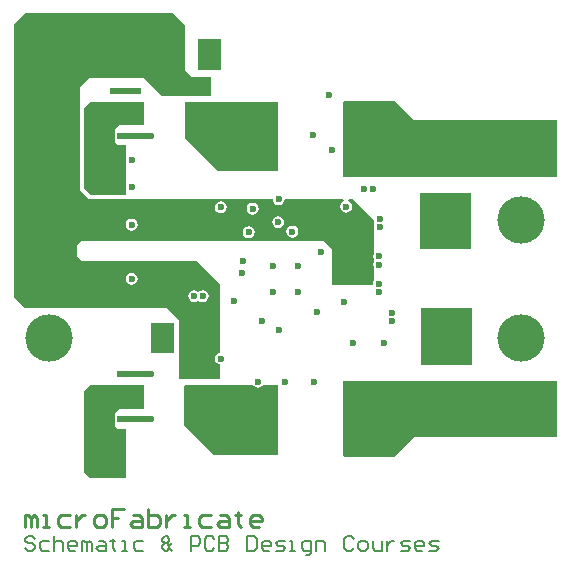
<source format=gtl>
G04*
G04 #@! TF.GenerationSoftware,Altium Limited,Altium Designer,18.0.12 (696)*
G04*
G04 Layer_Physical_Order=1*
G04 Layer_Color=255*
%FSLAX44Y44*%
%MOMM*%
G71*
G01*
G75*
%ADD10C,0.2000*%
%ADD11C,0.2540*%
%ADD12R,2.1000X0.6000*%
%ADD13R,3.8500X5.5000*%
%ADD14R,0.9000X2.5000*%
%ADD15R,2.5500X3.7500*%
%ADD23C,0.5000*%
%ADD24C,4.0000*%
%ADD25C,0.6000*%
G36*
X196000Y427000D02*
X196000Y427000D01*
X176000D01*
Y453000D01*
X196000D01*
Y427000D01*
D02*
G37*
G36*
X165000Y465000D02*
X165000Y427000D01*
X171000Y421000D01*
X187400D01*
Y405000D01*
X145000Y405000D01*
X130000Y420000D01*
X84000Y420000D01*
X76000Y412000D01*
X76000Y325000D01*
X83200Y317800D01*
X239156Y317800D01*
X239402Y317500D01*
X239790Y315549D01*
X240895Y313895D01*
X242549Y312790D01*
X244500Y312402D01*
X246451Y312790D01*
X248105Y313895D01*
X249210Y315549D01*
X249598Y317500D01*
X249844Y317800D01*
X299302Y317800D01*
X299549Y315810D01*
X297895Y314705D01*
X296790Y313051D01*
X296402Y311100D01*
X296790Y309149D01*
X297895Y307495D01*
X299549Y306390D01*
X301500Y306002D01*
X303451Y306390D01*
X305105Y307495D01*
X306210Y309149D01*
X306598Y311100D01*
X306210Y313051D01*
X305105Y314705D01*
X303451Y315810D01*
X303698Y317800D01*
X307200D01*
X325000Y300000D01*
Y294492D01*
X324902Y294000D01*
X325000Y293507D01*
Y271265D01*
X324790Y270951D01*
X324402Y269000D01*
X324790Y267049D01*
X325000Y266735D01*
Y264265D01*
X324790Y263951D01*
X324402Y262000D01*
X324790Y260049D01*
X325000Y259735D01*
Y249013D01*
X324290Y247951D01*
X323902Y246000D01*
X323081Y245000D01*
X290000D01*
X290000Y275000D01*
X283000Y282000D01*
X77742D01*
X74000Y278954D01*
X74000Y269000D01*
X78000Y265000D01*
X175000Y265000D01*
X195000Y245000D01*
Y187498D01*
X193549Y187210D01*
X191895Y186105D01*
X190790Y184451D01*
X190402Y182500D01*
X190790Y180549D01*
X191895Y178895D01*
X193549Y177790D01*
X195000Y177502D01*
Y165000D01*
X160000D01*
Y215000D01*
X150000Y225000D01*
X30000Y225000D01*
X20000Y235000D01*
Y465000D01*
X30000Y475000D01*
X155000Y475000D01*
X165000Y465000D01*
D02*
G37*
G36*
X243600Y341200D02*
X243517Y341000D01*
X192800D01*
X165100Y368700D01*
X165200Y368800D01*
Y399559D01*
X165300Y399600D01*
X243600D01*
Y341200D01*
D02*
G37*
G36*
X359300Y384200D02*
X479800Y384200D01*
X479800Y336600D01*
X298900Y336600D01*
Y399537D01*
X299400Y400600D01*
X342900D01*
X359300Y384200D01*
D02*
G37*
G36*
X130000Y380000D02*
X109000Y380000D01*
X105500Y376500D01*
Y375950D01*
X105500D01*
Y372833D01*
X105500Y365500D01*
X108000Y363000D01*
X114900Y363000D01*
X114900Y321400D01*
X85100Y321400D01*
X80000Y326500D01*
X80000Y395000D01*
X85000Y400000D01*
X130000D01*
Y380000D01*
D02*
G37*
G36*
X407000Y275000D02*
X364000D01*
Y323000D01*
X407000D01*
Y275000D01*
D02*
G37*
G36*
X156000Y187000D02*
X136000D01*
Y213000D01*
X136000Y213000D01*
X156000D01*
Y187000D01*
D02*
G37*
G36*
X408000Y177000D02*
X365000D01*
Y225000D01*
X408000D01*
Y177000D01*
D02*
G37*
G36*
X243900Y102346D02*
X243600Y101200D01*
X189400D01*
X164700Y125900D01*
Y159600D01*
X164800Y159900D01*
X164900Y160000D01*
X222991D01*
X223395Y159395D01*
X225049Y158290D01*
X227000Y157902D01*
X228951Y158290D01*
X230605Y159395D01*
X231009Y160000D01*
X243900D01*
Y102346D01*
D02*
G37*
G36*
X479800Y115800D02*
X359300Y115800D01*
X342900Y99400D01*
X299400D01*
X298900Y100463D01*
Y163400D01*
X479800Y163400D01*
X479800Y115800D01*
D02*
G37*
G36*
X130000Y140000D02*
X109000Y140000D01*
X105500Y136500D01*
Y135950D01*
X105500D01*
Y132833D01*
X105500Y125500D01*
X108000Y123000D01*
X114900Y123000D01*
X114900Y81400D01*
X85100Y81400D01*
X80000Y86500D01*
X80000Y155000D01*
X85000Y160000D01*
X130000D01*
Y140000D01*
D02*
G37*
%LPC*%
G36*
X195500Y315598D02*
X193549Y315210D01*
X191895Y314105D01*
X190790Y312451D01*
X190402Y310500D01*
X190790Y308549D01*
X191895Y306895D01*
X193549Y305790D01*
X195500Y305402D01*
X197451Y305790D01*
X199105Y306895D01*
X200210Y308549D01*
X200598Y310500D01*
X200210Y312451D01*
X199105Y314105D01*
X197451Y315210D01*
X195500Y315598D01*
D02*
G37*
G36*
X222300Y314498D02*
X220349Y314110D01*
X218695Y313005D01*
X217590Y311351D01*
X217202Y309400D01*
X217590Y307449D01*
X218695Y305795D01*
X220349Y304690D01*
X222300Y304302D01*
X224251Y304690D01*
X225905Y305795D01*
X227010Y307449D01*
X227398Y309400D01*
X227010Y311351D01*
X225905Y313005D01*
X224251Y314110D01*
X222300Y314498D01*
D02*
G37*
G36*
X244000Y303098D02*
X242049Y302710D01*
X240395Y301605D01*
X239290Y299951D01*
X238902Y298000D01*
X239290Y296049D01*
X240395Y294395D01*
X242049Y293290D01*
X244000Y292902D01*
X245951Y293290D01*
X247605Y294395D01*
X248710Y296049D01*
X249098Y298000D01*
X248710Y299951D01*
X247605Y301605D01*
X245951Y302710D01*
X244000Y303098D01*
D02*
G37*
G36*
X120000Y301098D02*
X118049Y300710D01*
X116395Y299605D01*
X115290Y297951D01*
X114902Y296000D01*
X115290Y294049D01*
X116395Y292395D01*
X118049Y291290D01*
X120000Y290902D01*
X121951Y291290D01*
X123605Y292395D01*
X124710Y294049D01*
X125098Y296000D01*
X124710Y297951D01*
X123605Y299605D01*
X121951Y300710D01*
X120000Y301098D01*
D02*
G37*
G36*
X256000Y295098D02*
X254049Y294710D01*
X252395Y293605D01*
X251290Y291951D01*
X250902Y290000D01*
X251290Y288049D01*
X252395Y286395D01*
X254049Y285290D01*
X256000Y284902D01*
X257951Y285290D01*
X259605Y286395D01*
X260710Y288049D01*
X261098Y290000D01*
X260710Y291951D01*
X259605Y293605D01*
X257951Y294710D01*
X256000Y295098D01*
D02*
G37*
G36*
X219000Y294498D02*
X217049Y294110D01*
X215395Y293005D01*
X214290Y291351D01*
X213902Y289400D01*
X214290Y287449D01*
X215395Y285795D01*
X217049Y284690D01*
X219000Y284302D01*
X220951Y284690D01*
X222605Y285795D01*
X223710Y287449D01*
X224098Y289400D01*
X223710Y291351D01*
X222605Y293005D01*
X220951Y294110D01*
X219000Y294498D01*
D02*
G37*
G36*
X120000Y255098D02*
X118049Y254710D01*
X116395Y253605D01*
X115290Y251951D01*
X114902Y250000D01*
X115290Y248049D01*
X116395Y246395D01*
X118049Y245290D01*
X120000Y244902D01*
X121951Y245290D01*
X123605Y246395D01*
X124710Y248049D01*
X125098Y250000D01*
X124710Y251951D01*
X123605Y253605D01*
X121951Y254710D01*
X120000Y255098D01*
D02*
G37*
G36*
X180000Y240498D02*
X178049Y240110D01*
X176500Y239075D01*
X174951Y240110D01*
X173000Y240498D01*
X171049Y240110D01*
X169395Y239005D01*
X168290Y237351D01*
X167902Y235400D01*
X168290Y233449D01*
X169395Y231795D01*
X171049Y230690D01*
X173000Y230302D01*
X174951Y230690D01*
X176500Y231725D01*
X178049Y230690D01*
X180000Y230302D01*
X181951Y230690D01*
X183605Y231795D01*
X184710Y233449D01*
X185098Y235400D01*
X184710Y237351D01*
X183605Y239005D01*
X181951Y240110D01*
X180000Y240498D01*
D02*
G37*
%LPD*%
D10*
X37997Y29997D02*
X35998Y31996D01*
X31999D01*
X30000Y29997D01*
Y27997D01*
X31999Y25998D01*
X35998D01*
X37997Y23999D01*
Y21999D01*
X35998Y20000D01*
X31999D01*
X30000Y21999D01*
X49994Y27997D02*
X43995D01*
X41996Y25998D01*
Y21999D01*
X43995Y20000D01*
X49994D01*
X53992Y31996D02*
Y20000D01*
Y25998D01*
X55992Y27997D01*
X59990D01*
X61990Y25998D01*
Y20000D01*
X71986D02*
X67988D01*
X65988Y21999D01*
Y25998D01*
X67988Y27997D01*
X71986D01*
X73986Y25998D01*
Y23999D01*
X65988D01*
X77984Y20000D02*
Y27997D01*
X79984D01*
X81983Y25998D01*
Y20000D01*
Y25998D01*
X83982Y27997D01*
X85982Y25998D01*
Y20000D01*
X91980Y27997D02*
X95979D01*
X97978Y25998D01*
Y20000D01*
X91980D01*
X89981Y21999D01*
X91980Y23999D01*
X97978D01*
X103976Y29997D02*
Y27997D01*
X101977D01*
X105975D01*
X103976D01*
Y21999D01*
X105975Y20000D01*
X111973D02*
X115972D01*
X113973D01*
Y27997D01*
X111973D01*
X129968D02*
X123970D01*
X121970Y25998D01*
Y21999D01*
X123970Y20000D01*
X129968D01*
X153960D02*
X151960Y21999D01*
X149961Y20000D01*
X147962D01*
X145962Y21999D01*
Y23999D01*
X147962Y25998D01*
X145962Y27997D01*
Y29997D01*
X147962Y31996D01*
X149961D01*
X151960Y29997D01*
Y27997D01*
X149961Y25998D01*
X151960Y23999D01*
Y21999D01*
X153960Y25998D02*
X151960Y23999D01*
X147962Y25998D02*
X149961D01*
X169955Y20000D02*
Y31996D01*
X175953D01*
X177952Y29997D01*
Y25998D01*
X175953Y23999D01*
X169955D01*
X189948Y29997D02*
X187949Y31996D01*
X183950D01*
X181951Y29997D01*
Y21999D01*
X183950Y20000D01*
X187949D01*
X189948Y21999D01*
X193947Y31996D02*
Y20000D01*
X199945D01*
X201944Y21999D01*
Y23999D01*
X199945Y25998D01*
X193947D01*
X199945D01*
X201944Y27997D01*
Y29997D01*
X199945Y31996D01*
X193947D01*
X217939D02*
Y20000D01*
X223937D01*
X225937Y21999D01*
Y29997D01*
X223937Y31996D01*
X217939D01*
X235933Y20000D02*
X231935D01*
X229935Y21999D01*
Y25998D01*
X231935Y27997D01*
X235933D01*
X237933Y25998D01*
Y23999D01*
X229935D01*
X241931Y20000D02*
X247929D01*
X249929Y21999D01*
X247929Y23999D01*
X243931D01*
X241931Y25998D01*
X243931Y27997D01*
X249929D01*
X253927Y20000D02*
X257926D01*
X255927D01*
Y27997D01*
X253927D01*
X267923Y16001D02*
X269922D01*
X271922Y18001D01*
Y27997D01*
X265924D01*
X263924Y25998D01*
Y21999D01*
X265924Y20000D01*
X271922D01*
X275920D02*
Y27997D01*
X281919D01*
X283918Y25998D01*
Y20000D01*
X307910Y29997D02*
X305911Y31996D01*
X301912D01*
X299913Y29997D01*
Y21999D01*
X301912Y20000D01*
X305911D01*
X307910Y21999D01*
X313908Y20000D02*
X317907D01*
X319906Y21999D01*
Y25998D01*
X317907Y27997D01*
X313908D01*
X311909Y25998D01*
Y21999D01*
X313908Y20000D01*
X323905Y27997D02*
Y21999D01*
X325904Y20000D01*
X331902D01*
Y27997D01*
X335901D02*
Y20000D01*
Y23999D01*
X337900Y25998D01*
X339900Y27997D01*
X341899D01*
X347897Y20000D02*
X353895D01*
X355895Y21999D01*
X353895Y23999D01*
X349897D01*
X347897Y25998D01*
X349897Y27997D01*
X355895D01*
X365891Y20000D02*
X361893D01*
X359893Y21999D01*
Y25998D01*
X361893Y27997D01*
X365891D01*
X367891Y25998D01*
Y23999D01*
X359893D01*
X371889Y20000D02*
X377887D01*
X379887Y21999D01*
X377887Y23999D01*
X373889D01*
X371889Y25998D01*
X373889Y27997D01*
X379887D01*
D11*
X30000Y40000D02*
Y50157D01*
X32539D01*
X35078Y47618D01*
Y40000D01*
Y47618D01*
X37617Y50157D01*
X40157Y47618D01*
Y40000D01*
X45235D02*
X50313D01*
X47774D01*
Y50157D01*
X45235D01*
X68088D02*
X60470D01*
X57931Y47618D01*
Y42539D01*
X60470Y40000D01*
X68088D01*
X73166Y50157D02*
Y40000D01*
Y45078D01*
X75705Y47618D01*
X78244Y50157D01*
X80784D01*
X90940Y40000D02*
X96019D01*
X98558Y42539D01*
Y47618D01*
X96019Y50157D01*
X90940D01*
X88401Y47618D01*
Y42539D01*
X90940Y40000D01*
X113793Y55235D02*
X103636D01*
Y47618D01*
X108715D01*
X103636D01*
Y40000D01*
X121410Y50157D02*
X126489D01*
X129028Y47618D01*
Y40000D01*
X121410D01*
X118871Y42539D01*
X121410Y45078D01*
X129028D01*
X134106Y55235D02*
Y40000D01*
X141724D01*
X144263Y42539D01*
Y45078D01*
Y47618D01*
X141724Y50157D01*
X134106D01*
X149341D02*
Y40000D01*
Y45078D01*
X151881Y47618D01*
X154420Y50157D01*
X156959D01*
X164576Y40000D02*
X169655D01*
X167116D01*
Y50157D01*
X164576D01*
X187429D02*
X179811D01*
X177272Y47618D01*
Y42539D01*
X179811Y40000D01*
X187429D01*
X195047Y50157D02*
X200125D01*
X202664Y47618D01*
Y40000D01*
X195047D01*
X192507Y42539D01*
X195047Y45078D01*
X202664D01*
X210282Y52696D02*
Y50157D01*
X207743D01*
X212821D01*
X210282D01*
Y42539D01*
X212821Y40000D01*
X228056D02*
X222978D01*
X220438Y42539D01*
Y47618D01*
X222978Y50157D01*
X228056D01*
X230595Y47618D01*
Y45078D01*
X220438D01*
D12*
X118000Y169050D02*
D03*
Y156350D02*
D03*
Y143650D02*
D03*
Y130950D02*
D03*
X176000Y169050D02*
D03*
Y156350D02*
D03*
Y143650D02*
D03*
Y130950D02*
D03*
Y370950D02*
D03*
Y383650D02*
D03*
Y396350D02*
D03*
Y409050D02*
D03*
X118000Y370950D02*
D03*
Y383650D02*
D03*
Y396350D02*
D03*
Y409050D02*
D03*
D13*
X322750Y130000D02*
D03*
X223250D02*
D03*
X223250Y370000D02*
D03*
X322750D02*
D03*
D14*
X181500Y200000D02*
D03*
X150500D02*
D03*
Y440000D02*
D03*
X181500D02*
D03*
D15*
X386000Y143000D02*
D03*
Y197000D02*
D03*
Y357000D02*
D03*
Y303000D02*
D03*
D23*
X104000Y409000D02*
X122280D01*
X120980Y408800D02*
X121480Y409300D01*
X121730Y409050D01*
Y130950D02*
X135950D01*
X121730Y169050D02*
X135950D01*
X121730Y370950D02*
X135950D01*
D24*
X50000Y300000D02*
D03*
Y200000D02*
D03*
X450000Y140000D02*
D03*
Y360000D02*
D03*
Y200000D02*
D03*
Y300000D02*
D03*
D25*
X104000Y409000D02*
D03*
X385500Y380300D02*
D03*
X104000Y155000D02*
D03*
Y145000D02*
D03*
X95000D02*
D03*
X85000Y155000D02*
D03*
Y135000D02*
D03*
X95000Y125000D02*
D03*
X105000Y115000D02*
D03*
X85000D02*
D03*
X95000Y105000D02*
D03*
X105000Y95000D02*
D03*
X85000D02*
D03*
X95000Y85000D02*
D03*
X110000D02*
D03*
Y105000D02*
D03*
Y345000D02*
D03*
Y325000D02*
D03*
X95000D02*
D03*
X85000Y335000D02*
D03*
X105000D02*
D03*
X95000Y345000D02*
D03*
X85000Y355000D02*
D03*
X105000D02*
D03*
X95000Y365000D02*
D03*
X85000Y375000D02*
D03*
Y395000D02*
D03*
X95000Y385000D02*
D03*
X173000Y235400D02*
D03*
X180000D02*
D03*
X340000Y221000D02*
D03*
Y214000D02*
D03*
X329000Y246000D02*
D03*
Y239000D02*
D03*
X329500Y269000D02*
D03*
Y262000D02*
D03*
X330000Y294000D02*
D03*
X324000Y326000D02*
D03*
X377000Y221000D02*
D03*
X369000Y185000D02*
D03*
Y210000D02*
D03*
X394000Y221000D02*
D03*
X403000Y209000D02*
D03*
Y185000D02*
D03*
X369000Y315000D02*
D03*
Y291000D02*
D03*
X378000Y279000D02*
D03*
X403000Y290000D02*
D03*
Y315000D02*
D03*
X140000Y200000D02*
D03*
Y191000D02*
D03*
Y209000D02*
D03*
X192000Y431000D02*
D03*
Y449000D02*
D03*
X256000Y290000D02*
D03*
X214000Y265400D02*
D03*
X219000Y289400D02*
D03*
X244000Y298000D02*
D03*
X115000Y285000D02*
D03*
X280500Y272700D02*
D03*
X289500Y359100D02*
D03*
X273400Y371500D02*
D03*
X386500Y118800D02*
D03*
X309900Y253200D02*
D03*
X207000Y231300D02*
D03*
X239700Y260800D02*
D03*
X222300Y309400D02*
D03*
X230300Y214500D02*
D03*
X195000Y370950D02*
D03*
X190000Y130950D02*
D03*
X135950D02*
D03*
Y169050D02*
D03*
Y370950D02*
D03*
X395000Y279000D02*
D03*
X192000Y440000D02*
D03*
X104000Y385000D02*
D03*
Y395000D02*
D03*
X239700Y238500D02*
D03*
X260900D02*
D03*
Y260800D02*
D03*
X287000Y406000D02*
D03*
X244500Y317500D02*
D03*
X317000Y326000D02*
D03*
X330000Y301000D02*
D03*
X333500Y195500D02*
D03*
X250000Y163000D02*
D03*
X301500Y311100D02*
D03*
X274000Y163000D02*
D03*
X227000D02*
D03*
X120000Y296000D02*
D03*
X120000Y328000D02*
D03*
Y351000D02*
D03*
X195500Y310500D02*
D03*
X120000Y250000D02*
D03*
X299500Y230100D02*
D03*
X277000Y222000D02*
D03*
X307500Y195500D02*
D03*
X244500Y206500D02*
D03*
X195500Y182500D02*
D03*
X213300Y255200D02*
D03*
M02*

</source>
